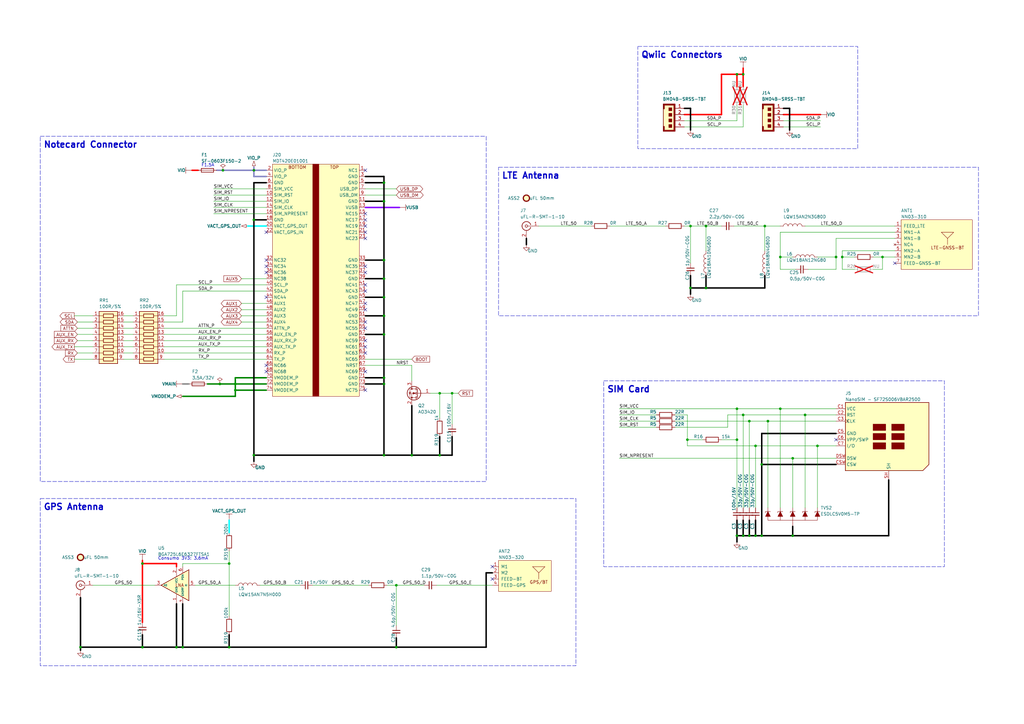
<source format=kicad_sch>
(kicad_sch (version 20230121) (generator eeschema)
  (paper "A3")
  (title_block (title "Notecarrier-A") (date "DRAFT") (rev "A") (comment 1 "Blues Inc") (comment 2 "Heath Raftery"))
  (junction (at 180.34 161.29))
  (junction (at 104.14 186.69))
  (junction (at 307.34 219.71))
  (junction (at 162.56 240.03))
  (junction (at 314.96 172.72))
  (junction (at 313.69 92.71))
  (junction (at 74.93 265.43))
  (junction (at 104.14 90.17))
  (junction (at 157.48 137.16))
  (junction (at 309.88 219.71))
  (junction (at 302.26 219.71))
  (junction (at 304.8 30.48))
  (junction (at 312.42 219.71))
  (junction (at 93.98 231.14))
  (junction (at 157.48 186.69))
  (junction (at 157.48 157.48))
  (junction (at 157.48 154.94))
  (junction (at 157.48 121.92))
  (junction (at 157.48 82.55))
  (junction (at 320.04 105.41))
  (junction (at 289.56 92.71))
  (junction (at 96.52 157.48))
  (junction (at 304.8 170.18))
  (junction (at 180.34 186.69))
  (junction (at 157.48 129.54))
  (junction (at 58.42 265.43))
  (junction (at 157.48 114.3))
  (junction (at 33.02 265.43))
  (junction (at 345.44 105.41))
  (junction (at 283.21 118.11))
  (junction (at 289.56 118.11))
  (junction (at 90.17 157.48))
  (junction (at 335.28 182.88))
  (junction (at 281.94 180.34))
  (junction (at 302.26 167.64))
  (junction (at 185.42 161.29))
  (junction (at 330.2 170.18))
  (junction (at 58.42 231.14))
  (junction (at 104.14 69.85))
  (junction (at 72.39 265.43))
  (junction (at 96.52 160.02))
  (junction (at 320.04 167.64))
  (junction (at 157.48 106.68))
  (junction (at 93.98 265.43))
  (junction (at 361.95 105.41))
  (junction (at 283.21 92.71))
  (junction (at 304.8 219.71))
  (junction (at 168.91 186.69))
  (junction (at 157.48 74.93))
  (junction (at 302.26 180.34))
  (junction (at 325.12 219.71))
  (junction (at 325.12 187.96))
  (junction (at 309.88 182.88))
  (junction (at 342.9 105.41))
  (junction (at 91.44 69.85))
  (junction (at 307.34 172.72))
  (junction (at 302.26 30.48))
  (junction (at 312.42 190.5))
  (junction (at 162.56 265.43))
  (no_connect (at 109.22 149.86))
  (no_connect (at 149.86 97.79))
  (no_connect (at 109.22 109.22))
  (no_connect (at 149.86 69.85))
  (no_connect (at 149.86 124.46))
  (no_connect (at 149.86 144.78))
  (no_connect (at 149.86 127))
  (no_connect (at 109.22 152.4))
  (no_connect (at 149.86 90.17))
  (no_connect (at 149.86 95.25))
  (no_connect (at 149.86 142.24))
  (no_connect (at 109.22 106.68))
  (no_connect (at 149.86 116.84))
  (no_connect (at 149.86 119.38))
  (no_connect (at 149.86 160.02))
  (no_connect (at 109.22 111.76))
  (no_connect (at 149.86 152.4))
  (no_connect (at 367.03 107.95))
  (no_connect (at 149.86 132.08))
  (no_connect (at 149.86 139.7))
  (no_connect (at 109.22 95.25))
  (no_connect (at 149.86 134.62))
  (no_connect (at 201.93 232.41))
  (no_connect (at 149.86 111.76))
  (no_connect (at 149.86 109.22))
  (no_connect (at 109.22 121.92))
  (no_connect (at 201.93 237.49))
  (no_connect (at 149.86 92.71))
  (no_connect (at 149.86 87.63))
  (no_connect (at 342.9 180.34))
  (wire (pts (xy 33.02 265.43) (xy 33.02 245.11)) (stroke (width 0.6) (color 0 0 0 1)))
  (wire (pts (xy 307.34 219.71) (xy 309.88 219.71)) (stroke (width 0.6) (color 0 0 0 1)))
  (wire (pts (xy 80.01 240.03) (xy 96.52 240.03)))
  (wire (pts (xy 87.63 80.01) (xy 109.22 80.01)))
  (wire (pts (xy 312.42 190.5) (xy 312.42 177.8)) (stroke (width 0.6) (color 0 0 0 1)))
  (wire (pts (xy 157.48 186.69) (xy 168.91 186.69)) (stroke (width 0.6) (color 0 0 0 1)))
  (wire (pts (xy 281.94 182.88) (xy 309.88 182.88)))
  (wire (pts (xy 149.86 106.68) (xy 157.48 106.68)) (stroke (width 0.6) (color 0 0 0 1)))
  (wire (pts (xy 149.86 129.54) (xy 157.48 129.54)) (stroke (width 0.6) (color 0 0 0 1)))
  (wire (pts (xy 220.98 92.71) (xy 242.57 92.71)))
  (wire (pts (xy 185.42 161.29) (xy 187.96 161.29)))
  (wire (pts (xy 104.14 68.58) (xy 104.14 69.85)) (stroke (width 0.6) (color 128 128 192 1)))
  (wire (pts (xy 314.96 172.72) (xy 342.9 172.72)))
  (wire (pts (xy 330.2 170.18) (xy 342.9 170.18)))
  (wire (pts (xy 342.9 105.41) (xy 342.9 110.49)))
  (wire (pts (xy 314.96 208.28) (xy 314.96 172.72)))
  (wire (pts (xy 33.02 265.43) (xy 33.02 266.7)) (stroke (width 0.6) (color 0 0 0 1)))
  (wire (pts (xy 58.42 231.14) (xy 58.42 229.87)) (stroke (width 0.6) (color 255 0 0 1)))
  (wire (pts (xy 50.8 137.16) (xy 54.61 137.16)))
  (wire (pts (xy 67.31 147.32) (xy 109.22 147.32)))
  (wire (pts (xy 304.8 219.71) (xy 307.34 219.71)) (stroke (width 0.6) (color 0 0 0 1)))
  (wire (pts (xy 87.63 87.63) (xy 109.22 87.63)))
  (wire (pts (xy 50.8 144.78) (xy 54.61 144.78)))
  (wire (pts (xy 180.34 186.69) (xy 185.42 186.69)) (stroke (width 0.6) (color 0 0 0 1)))
  (wire (pts (xy 157.48 154.94) (xy 157.48 157.48)) (stroke (width 0.6) (color 0 0 0 1)))
  (wire (pts (xy 330.2 170.18) (xy 330.2 208.28)))
  (wire (pts (xy 345.44 105.41) (xy 350.52 105.41)))
  (wire (pts (xy 93.98 231.14) (xy 93.98 252.73)))
  (wire (pts (xy 342.9 110.49) (xy 331.47 110.49)))
  (wire (pts (xy 254 187.96) (xy 325.12 187.96)))
  (wire (pts (xy 320.04 167.64) (xy 342.9 167.64)))
  (wire (pts (xy 304.8 170.18) (xy 330.2 170.18)))
  (wire (pts (xy 31.75 139.7) (xy 38.1 139.7)))
  (wire (pts (xy 300.99 92.71) (xy 313.69 92.71)))
  (wire (pts (xy 157.48 137.16) (xy 157.48 154.94)) (stroke (width 0.6) (color 0 0 0 1)))
  (wire (pts (xy 87.63 77.47) (xy 109.22 77.47)))
  (wire (pts (xy 50.8 134.62) (xy 54.61 134.62)))
  (wire (pts (xy 313.69 118.11) (xy 313.69 113.03)) (stroke (width 0.6) (color 0 0 0 1)))
  (wire (pts (xy 358.14 105.41) (xy 361.95 105.41)))
  (wire (pts (xy 320.04 110.49) (xy 320.04 105.41)))
  (wire (pts (xy 93.98 231.14) (xy 74.93 231.14)))
  (wire (pts (xy 162.56 240.03) (xy 173.99 240.03)))
  (wire (pts (xy 280.67 52.07) (xy 304.8 52.07)))
  (wire (pts (xy 180.34 161.29) (xy 180.34 171.45)))
  (wire (pts (xy 149.86 121.92) (xy 157.48 121.92)) (stroke (width 0.6) (color 0 0 0 1)))
  (wire (pts (xy 101.6 92.71) (xy 109.22 92.71)) (stroke (width 0.6) (color 0 255 255 1)))
  (wire (pts (xy 74.93 132.08) (xy 74.93 119.38)))
  (wire (pts (xy 313.69 92.71) (xy 313.69 102.87)))
  (wire (pts (xy 38.1 240.03) (xy 63.5 240.03)))
  (wire (pts (xy 149.86 72.39) (xy 157.48 72.39)) (stroke (width 0.6) (color 0 0 0 1)))
  (wire (pts (xy 320.04 105.41) (xy 325.12 105.41)))
  (wire (pts (xy 87.63 85.09) (xy 109.22 85.09)))
  (wire (pts (xy 298.45 170.18) (xy 304.8 170.18)))
  (wire (pts (xy 74.93 231.14) (xy 74.93 232.41)))
  (wire (pts (xy 30.48 142.24) (xy 38.1 142.24)))
  (wire (pts (xy 280.67 92.71) (xy 283.21 92.71)))
  (wire (pts (xy 58.42 231.14) (xy 72.39 231.14)) (stroke (width 0.6) (color 255 0 0 1)))
  (wire (pts (xy 67.31 137.16) (xy 109.22 137.16)))
  (wire (pts (xy 72.39 129.54) (xy 72.39 116.84)))
  (wire (pts (xy 335.28 182.88) (xy 342.9 182.88)))
  (wire (pts (xy 307.34 213.36) (xy 307.34 219.71)) (stroke (width 0.6) (color 0 0 0 1)))
  (wire (pts (xy 157.48 114.3) (xy 157.48 121.92)) (stroke (width 0.6) (color 0 0 0 1)))
  (wire (pts (xy 30.48 147.32) (xy 38.1 147.32)))
  (wire (pts (xy 67.31 139.7) (xy 109.22 139.7)))
  (wire (pts (xy 157.48 74.93) (xy 157.48 82.55)) (stroke (width 0.6) (color 0 0 0 1)))
  (wire (pts (xy 50.8 147.32) (xy 54.61 147.32)))
  (wire (pts (xy 302.26 180.34) (xy 302.26 208.28)))
  (wire (pts (xy 31.75 144.78) (xy 38.1 144.78)))
  (wire (pts (xy 99.06 124.46) (xy 109.22 124.46)))
  (wire (pts (xy 99.06 132.08) (xy 109.22 132.08)))
  (wire (pts (xy 304.8 30.48) (xy 304.8 27.94)) (stroke (width 0.6) (color 255 0 0 1)))
  (wire (pts (xy 93.98 213.36) (xy 93.98 218.44)) (stroke (width 0.6) (color 0 255 255 1)))
  (wire (pts (xy 104.14 90.17) (xy 104.14 186.69)) (stroke (width 0.6) (color 0 0 0 1)))
  (wire (pts (xy 330.2 92.71) (xy 367.03 92.71)))
  (wire (pts (xy 74.93 247.65) (xy 74.93 265.43)) (stroke (width 0.6) (color 0 0 0 1)))
  (wire (pts (xy 336.55 46.99) (xy 321.31 46.99)) (stroke (width 0.6) (color 255 0 0 1)))
  (wire (pts (xy 96.52 154.94) (xy 109.22 154.94)) (stroke (width 0.6) (color 0 132 0 1)))
  (wire (pts (xy 162.56 240.03) (xy 162.56 256.54)))
  (wire (pts (xy 283.21 53.34) (xy 283.21 44.45)) (stroke (width 0.6) (color 0 0 0 1)))
  (wire (pts (xy 250.19 92.71) (xy 273.05 92.71)))
  (wire (pts (xy 30.48 129.54) (xy 38.1 129.54)))
  (wire (pts (xy 149.86 137.16) (xy 157.48 137.16)) (stroke (width 0.6) (color 0 0 0 1)))
  (wire (pts (xy 281.94 170.18) (xy 281.94 180.34)))
  (wire (pts (xy 325.12 187.96) (xy 342.9 187.96)))
  (wire (pts (xy 106.68 240.03) (xy 123.19 240.03)))
  (wire (pts (xy 309.88 219.71) (xy 312.42 219.71)) (stroke (width 0.6) (color 0 0 0 1)))
  (wire (pts (xy 358.14 110.49) (xy 361.95 110.49)))
  (wire (pts (xy 104.14 72.39) (xy 109.22 72.39)) (stroke (width 0.6) (color 128 128 192 1)))
  (wire (pts (xy 90.17 157.48) (xy 96.52 157.48)) (stroke (width 0.6) (color 0 132 0 1)))
  (wire (pts (xy 72.39 247.65) (xy 72.39 265.43)) (stroke (width 0.6) (color 0 0 0 1)))
  (wire (pts (xy 149.86 82.55) (xy 157.48 82.55)) (stroke (width 0.6) (color 0 0 0 1)))
  (wire (pts (xy 325.12 187.96) (xy 325.12 208.28)))
  (wire (pts (xy 304.8 30.48) (xy 302.26 30.48)) (stroke (width 0.6) (color 255 0 0 1)))
  (wire (pts (xy 67.31 134.62) (xy 109.22 134.62)))
  (wire (pts (xy 199.39 265.43) (xy 199.39 234.95)) (stroke (width 0.6) (color 0 0 0 1)))
  (wire (pts (xy 157.48 82.55) (xy 157.48 106.68)) (stroke (width 0.6) (color 0 0 0 1)))
  (wire (pts (xy 304.8 52.07) (xy 304.8 43.18)))
  (wire (pts (xy 283.21 118.11) (xy 289.56 118.11)) (stroke (width 0.6) (color 0 0 0 1)))
  (wire (pts (xy 50.8 132.08) (xy 54.61 132.08)))
  (wire (pts (xy 149.86 85.09) (xy 163.83 85.09)) (stroke (width 0.6) (color 128 0 255 1)))
  (wire (pts (xy 128.27 240.03) (xy 151.13 240.03)))
  (wire (pts (xy 307.34 208.28) (xy 307.34 172.72)))
  (wire (pts (xy 254 172.72) (xy 269.24 172.72)))
  (wire (pts (xy 74.93 265.43) (xy 93.98 265.43)) (stroke (width 0.6) (color 0 0 0 1)))
  (wire (pts (xy 254 175.26) (xy 269.24 175.26)))
  (wire (pts (xy 96.52 157.48) (xy 109.22 157.48)) (stroke (width 0.6) (color 0 132 0 1)))
  (wire (pts (xy 283.21 92.71) (xy 289.56 92.71)))
  (wire (pts (xy 309.88 182.88) (xy 335.28 182.88)))
  (wire (pts (xy 33.02 265.43) (xy 58.42 265.43)) (stroke (width 0.6) (color 0 0 0 1)))
  (wire (pts (xy 335.28 105.41) (xy 342.9 105.41)))
  (wire (pts (xy 280.67 49.53) (xy 302.26 49.53)))
  (wire (pts (xy 302.26 219.71) (xy 304.8 219.71)) (stroke (width 0.6) (color 0 0 0 1)))
  (wire (pts (xy 298.45 170.18) (xy 298.45 175.26)))
  (wire (pts (xy 180.34 161.29) (xy 185.42 161.29)))
  (wire (pts (xy 67.31 142.24) (xy 109.22 142.24)))
  (wire (pts (xy 50.8 139.7) (xy 54.61 139.7)))
  (wire (pts (xy 149.86 77.47) (xy 162.56 77.47)))
  (wire (pts (xy 157.48 72.39) (xy 157.48 74.93)) (stroke (width 0.6) (color 0 0 0 1)))
  (wire (pts (xy 295.91 180.34) (xy 302.26 180.34)))
  (wire (pts (xy 96.52 157.48) (xy 96.52 160.02)) (stroke (width 0.6) (color 0 132 0 1)))
  (wire (pts (xy 104.14 186.69) (xy 157.48 186.69)) (stroke (width 0.6) (color 0 0 0 1)))
  (wire (pts (xy 289.56 118.11) (xy 313.69 118.11)) (stroke (width 0.6) (color 0 0 0 1)))
  (wire (pts (xy 302.26 167.64) (xy 302.26 180.34)))
  (wire (pts (xy 283.21 44.45) (xy 280.67 44.45)) (stroke (width 0.6) (color 0 0 0 1)))
  (wire (pts (xy 93.98 226.06) (xy 93.98 231.14)))
  (wire (pts (xy 312.42 177.8) (xy 342.9 177.8)) (stroke (width 0.6) (color 0 0 0 1)))
  (wire (pts (xy 302.26 219.71) (xy 302.26 222.25)) (stroke (width 0.6) (color 0 0 0 1)))
  (wire (pts (xy 58.42 265.43) (xy 58.42 260.35)) (stroke (width 0.6) (color 0 0 0 1)))
  (wire (pts (xy 295.91 46.99) (xy 280.67 46.99)) (stroke (width 0.6) (color 255 0 0 1)))
  (wire (pts (xy 157.48 157.48) (xy 157.48 186.69)) (stroke (width 0.6) (color 0 0 0 1)))
  (wire (pts (xy 302.26 30.48) (xy 295.91 30.48)) (stroke (width 0.6) (color 255 0 0 1)))
  (wire (pts (xy 149.86 114.3) (xy 157.48 114.3)) (stroke (width 0.6) (color 0 0 0 1)))
  (wire (pts (xy 335.28 182.88) (xy 335.28 208.28)))
  (wire (pts (xy 276.86 172.72) (xy 307.34 172.72)))
  (wire (pts (xy 254 167.64) (xy 302.26 167.64)))
  (wire (pts (xy 289.56 92.71) (xy 295.91 92.71)))
  (wire (pts (xy 180.34 186.69) (xy 180.34 179.07)) (stroke (width 0.6) (color 0 0 0 1)))
  (wire (pts (xy 91.44 69.85) (xy 104.14 69.85)) (stroke (width 0.6) (color 128 128 192 1)))
  (wire (pts (xy 283.21 118.11) (xy 283.21 113.03)) (stroke (width 0.6) (color 0 0 0 1)))
  (wire (pts (xy 185.42 186.69) (xy 185.42 179.07)) (stroke (width 0.6) (color 0 0 0 1)))
  (wire (pts (xy 168.91 156.21) (xy 168.91 149.86)))
  (wire (pts (xy 88.9 69.85) (xy 91.44 69.85)) (stroke (width 0.6) (color 128 128 192 1)))
  (wire (pts (xy 31.75 134.62) (xy 38.1 134.62)))
  (wire (pts (xy 367.03 102.87) (xy 345.44 102.87)))
  (wire (pts (xy 304.8 30.48) (xy 304.8 35.56)) (stroke (width 0.6) (color 255 0 0 1)))
  (wire (pts (xy 304.8 170.18) (xy 304.8 208.28)))
  (wire (pts (xy 254 170.18) (xy 269.24 170.18)))
  (wire (pts (xy 321.31 52.07) (xy 336.55 52.07)))
  (wire (pts (xy 157.48 129.54) (xy 157.48 137.16)) (stroke (width 0.6) (color 0 0 0 1)))
  (wire (pts (xy 78.74 69.85) (xy 81.28 69.85)) (stroke (width 0.6) (color 255 0 0 1)))
  (wire (pts (xy 302.26 49.53) (xy 302.26 43.18)))
  (wire (pts (xy 99.06 127) (xy 109.22 127)))
  (wire (pts (xy 168.91 149.86) (xy 149.86 149.86)))
  (wire (pts (xy 168.91 186.69) (xy 180.34 186.69)) (stroke (width 0.6) (color 0 0 0 1)))
  (wire (pts (xy 31.75 137.16) (xy 38.1 137.16)))
  (wire (pts (xy 31.75 132.08) (xy 38.1 132.08)))
  (wire (pts (xy 185.42 161.29) (xy 185.42 173.99)))
  (wire (pts (xy 74.93 157.48) (xy 77.47 157.48)) (stroke (width 0.6) (color 132 132 132 1)))
  (wire (pts (xy 350.52 110.49) (xy 345.44 110.49)))
  (wire (pts (xy 176.53 161.29) (xy 180.34 161.29)))
  (wire (pts (xy 361.95 110.49) (xy 361.95 105.41)))
  (wire (pts (xy 50.8 142.24) (xy 54.61 142.24)))
  (wire (pts (xy 312.42 219.71) (xy 325.12 219.71)) (stroke (width 0.6) (color 0 0 0 1)))
  (wire (pts (xy 104.14 74.93) (xy 109.22 74.93)) (stroke (width 0.6) (color 0 0 0 1)))
  (wire (pts (xy 302.26 30.48) (xy 302.26 35.56)) (stroke (width 0.6) (color 255 0 0 1)))
  (wire (pts (xy 96.52 160.02) (xy 96.52 162.56)) (stroke (width 0.6) (color 0 132 0 1)))
  (wire (pts (xy 313.69 92.71) (xy 320.04 92.71)))
  (wire (pts (xy 104.14 69.85) (xy 109.22 69.85)) (stroke (width 0.6) (color 128 128 192 1)))
  (wire (pts (xy 364.49 219.71) (xy 364.49 196.85)) (stroke (width 0.6) (color 0 0 0 1)))
  (wire (pts (xy 302.26 213.36) (xy 302.26 219.71)) (stroke (width 0.6) (color 0 0 0 1)))
  (wire (pts (xy 345.44 110.49) (xy 345.44 105.41)))
  (wire (pts (xy 72.39 265.43) (xy 74.93 265.43)) (stroke (width 0.6) (color 0 0 0 1)))
  (wire (pts (xy 323.85 53.34) (xy 323.85 44.45)) (stroke (width 0.6) (color 0 0 0 1)))
  (wire (pts (xy 149.86 147.32) (xy 168.91 147.32)))
  (wire (pts (xy 67.31 129.54) (xy 72.39 129.54)))
  (wire (pts (xy 58.42 265.43) (xy 72.39 265.43)) (stroke (width 0.6) (color 0 0 0 1)))
  (wire (pts (xy 99.06 129.54) (xy 109.22 129.54)))
  (wire (pts (xy 304.8 213.36) (xy 304.8 219.71)) (stroke (width 0.6) (color 0 0 0 1)))
  (wire (pts (xy 104.14 72.39) (xy 104.14 69.85)) (stroke (width 0.6) (color 128 128 192 1)))
  (wire (pts (xy 149.86 157.48) (xy 157.48 157.48)) (stroke (width 0.6) (color 0 0 0 1)))
  (wire (pts (xy 199.39 234.95) (xy 201.93 234.95)) (stroke (width 0.6) (color 0 0 0 1)))
  (wire (pts (xy 162.56 265.43) (xy 162.56 261.62)) (stroke (width 0.6) (color 0 0 0 1)))
  (wire (pts (xy 342.9 97.79) (xy 342.9 105.41)))
  (wire (pts (xy 149.86 80.01) (xy 162.56 80.01)))
  (wire (pts (xy 295.91 30.48) (xy 295.91 46.99)) (stroke (width 0.6) (color 255 0 0 1)))
  (wire (pts (xy 158.75 240.03) (xy 162.56 240.03)))
  (wire (pts (xy 67.31 144.78) (xy 109.22 144.78)))
  (wire (pts (xy 361.95 105.41) (xy 367.03 105.41)))
  (wire (pts (xy 326.39 110.49) (xy 320.04 110.49)))
  (wire (pts (xy 307.34 172.72) (xy 314.96 172.72)))
  (wire (pts (xy 93.98 265.43) (xy 162.56 265.43)) (stroke (width 0.6) (color 0 0 0 1)))
  (wire (pts (xy 72.39 231.14) (xy 72.39 232.41)) (stroke (width 0.6) (color 255 0 0 1)))
  (wire (pts (xy 74.93 162.56) (xy 96.52 162.56)) (stroke (width 0.6) (color 0 132 0 1)))
  (wire (pts (xy 104.14 90.17) (xy 109.22 90.17)) (stroke (width 0.6) (color 0 0 0 1)))
  (wire (pts (xy 104.14 186.69) (xy 104.14 189.23)) (stroke (width 0.6) (color 0 0 0 1)))
  (wire (pts (xy 276.86 175.26) (xy 298.45 175.26)))
  (wire (pts (xy 58.42 231.14) (xy 58.42 255.27)) (stroke (width 0.6) (color 255 0 0 1)))
  (wire (pts (xy 325.12 215.9) (xy 325.12 219.71)) (stroke (width 0.6) (color 0 0 0 1)))
  (wire (pts (xy 99.06 114.3) (xy 109.22 114.3)))
  (wire (pts (xy 312.42 190.5) (xy 342.9 190.5)) (stroke (width 0.6) (color 0 0 0 1)))
  (wire (pts (xy 276.86 170.18) (xy 281.94 170.18)))
  (wire (pts (xy 87.63 82.55) (xy 109.22 82.55)))
  (wire (pts (xy 367.03 95.25) (xy 320.04 95.25)))
  (wire (pts (xy 345.44 102.87) (xy 345.44 105.41)))
  (wire (pts (xy 325.12 219.71) (xy 364.49 219.71)) (stroke (width 0.6) (color 0 0 0 1)))
  (wire (pts (xy 72.39 116.84) (xy 109.22 116.84)))
  (wire (pts (xy 320.04 167.64) (xy 320.04 208.28)))
  (wire (pts (xy 74.93 119.38) (xy 109.22 119.38)))
  (wire (pts (xy 283.21 120.65) (xy 283.21 118.11)) (stroke (width 0.6) (color 0 0 0 1)))
  (wire (pts (xy 367.03 97.79) (xy 342.9 97.79)))
  (wire (pts (xy 309.88 213.36) (xy 309.88 219.71)) (stroke (width 0.6) (color 0 0 0 1)))
  (wire (pts (xy 283.21 92.71) (xy 283.21 107.95)))
  (wire (pts (xy 320.04 95.25) (xy 320.04 105.41)))
  (wire (pts (xy 67.31 132.08) (xy 74.93 132.08)))
  (wire (pts (xy 168.91 166.37) (xy 168.91 186.69)) (stroke (width 0.6) (color 0 0 0 1)))
  (wire (pts (xy 50.8 129.54) (xy 54.61 129.54)))
  (wire (pts (xy 149.86 74.93) (xy 157.48 74.93)) (stroke (width 0.6) (color 0 0 0 1)))
  (wire (pts (xy 104.14 74.93) (xy 104.14 90.17)) (stroke (width 0.6) (color 0 0 0 1)))
  (wire (pts (xy 281.94 180.34) (xy 288.29 180.34)))
  (wire (pts (xy 93.98 265.43) (xy 93.98 260.35)) (stroke (width 0.6) (color 0 0 0 1)))
  (wire (pts (xy 289.56 92.71) (xy 289.56 102.87)))
  (wire (pts (xy 312.42 190.5) (xy 312.42 219.71)) (stroke (width 0.6) (color 0 0 0 1)))
  (wire (pts (xy 149.86 154.94) (xy 157.48 154.94)) (stroke (width 0.6) (color 0 0 0 1)))
  (wire (pts (xy 309.88 182.88) (xy 309.88 208.28)))
  (wire (pts (xy 302.26 167.64) (xy 320.04 167.64)))
  (wire (pts (xy 281.94 180.34) (xy 281.94 182.88)))
  (wire (pts (xy 157.48 121.92) (xy 157.48 129.54)) (stroke (width 0.6) (color 0 0 0 1)))
  (wire (pts (xy 215.9 100.33) (xy 215.9 97.79)) (stroke (width 0.6) (color 0 0 0 1)))
  (wire (pts (xy 323.85 44.45) (xy 321.31 44.45)) (stroke (width 0.6) (color 0 0 0 1)))
  (wire (pts (xy 199.39 265.43) (xy 162.56 265.43)) (stroke (width 0.6) (color 0 0 0 1)))
  (wire (pts (xy 157.48 106.68) (xy 157.48 114.3)) (stroke (width 0.6) (color 0 0 0 1)))
  (wire (pts (xy 289.56 118.11) (xy 289.56 113.03)) (stroke (width 0.6) (color 0 0 0 1)))
  (wire (pts (xy 96.52 154.94) (xy 96.52 157.48)) (stroke (width 0.6) (color 0 132 0 1)))
  (wire (pts (xy 321.31 49.53) (xy 336.55 49.53)))
  (wire (pts (xy 179.07 240.03) (xy 201.93 240.03)))
  (wire (pts (xy 96.52 160.02) (xy 109.22 160.02)) (stroke (width 0.6) (color 0 132 0 1)))
  (wire (pts (xy 85.09 157.48) (xy 90.17 157.48)) (stroke (width 0.6) (color 0 132 0 1)))
  (rectangle (start 247.65 156.21) (end 387.35 232.41) (stroke (width 0) (type dash)))
  (rectangle (start 16.51 204.47) (end 236.22 273.05) (stroke (width 0) (type dash)))
  (rectangle (start 204.47 68.58) (end 401.32 129.54) (stroke (width 0) (type dash)))
  (rectangle (start 261.62 19.05) (end 351.79 60.96) (stroke (width 0) (type dash)))
  (rectangle (start 16.51 55.88) (end 199.39 197.485) (stroke (width 0) (type dash)))
  (text "SIM Card" (at 248.92 161.29 0) (effects (font (size 2.54 2.54) (thickness 0.508) bold) (justify left bottom)))
  (text "Qwiic Connectors" (at 262.89 24.13 0) (effects (font (size 2.54 2.54) (thickness 0.508) bold) (justify left bottom)))
  (text "F1.5A" (at 82.55 68.58 0) (effects (font (size 1.27 1.27)) (justify left bottom)))
  (text "GPS Antenna" (at 17.78 209.55 0) (effects (font (size 2.54 2.54) (thickness 0.508) bold) (justify left bottom)))
  (text "Notecard Connector" (at 17.78 60.96 0) (effects (font (size 2.54 2.54) (thickness 0.508) bold) (justify left bottom)))
  (text "Consumo 3V3: 3.6mA" (at 64.77 229.87 0) (effects (font (size 1.27 1.27)) (justify left bottom)))
  (text "LTE Antenna" (at 205.74 73.66 0) (effects (font (size 2.54 2.54) (thickness 0.508) bold) (justify left bottom)))
  (label "SIM_CLK" (at 254 172.72 0))
  (label "SIM_NPRESENT" (at 254 187.96 0))
  (label "SIM_RST" (at 254 175.26 0))
  (label "GPS_50" (at 46.99 240.03 0))
  (label "SIM_VCC" (at 254 167.64 0))
  (label "RX_P" (at 81.28 144.78 0))
  (label "LTE_50_B" (at 285.75 92.71 0))
  (label "SDA_P" (at 295.91 49.53 180))
  (label "LTE_50_D" (at 336.55 92.71 0))
  (label "AUX_RX_P" (at 81.28 139.7 0))
  (label "SIM_IO" (at 254 170.18 0))
  (label "LTE_50_A" (at 256.54 92.71 0))
  (label "AUX_TX_P" (at 81.28 142.24 0))
  (label "AUX_EN_P" (at 81.28 137.16 0))
  (label "SIM_IO" (at 87.63 82.55 0))
  (label "NRST" (at 162.56 149.86 0))
  (label "SCL_P" (at 336.55 52.07 180))
  (label "SIM_CLK" (at 87.63 85.09 0))
  (label "GPS_50_D" (at 165.1 240.03 0))
  (label "TX_P" (at 81.28 147.32 0))
  (label "SIM_VCC" (at 87.63 77.47 0))
  (label "SDA_P" (at 336.55 49.53 180))
  (label "GPS_50_A" (at 81.28 240.03 0))
  (label "SIM_NPRESENT" (at 87.63 87.63 0))
  (label "SDA_P" (at 81.28 119.38 0))
  (label "LTE_50_C" (at 302.26 92.71 0))
  (label "GPS_50_B" (at 107.95 240.03 0))
  (label "ATTN_P" (at 81.28 134.62 0))
  (label "GPS_50_E" (at 184.15 240.03 0))
  (label "SCL_P" (at 295.91 52.07 180))
  (label "LTE_50" (at 229.87 92.71 0))
  (label "SIM_RST" (at 87.63 80.01 0))
  (label "GPS_50_C" (at 135.89 240.03 0))
  (label "SCL_P" (at 81.28 116.84 0))
  (global_label "USB_DP" (shape bidirectional) (at 162.56 77.47 0) (property "Intersheetrefs" "${INTERSHEET_REFS}" (effects hide)))
  (global_label "AUX5" (shape input) (at 99.06 114.3 180) (property "Intersheetrefs" "${INTERSHEET_REFS}" (effects hide)))
  (global_label "ATTN" (shape input) (at 31.75 134.62 180) (property "Intersheetrefs" "${INTERSHEET_REFS}" (effects hide)))
  (global_label "AUX3" (shape bidirectional) (at 99.06 129.54 180) (property "Intersheetrefs" "${INTERSHEET_REFS}" (effects hide)))
  (global_label "AUX4" (shape bidirectional) (at 99.06 132.08 180) (property "Intersheetrefs" "${INTERSHEET_REFS}" (effects hide)))
  (global_label "AUX_TX" (shape output) (at 30.48 142.24 180) (property "Intersheetrefs" "${INTERSHEET_REFS}" (effects hide)))
  (global_label "AUX_RX" (shape input) (at 31.75 139.7 180) (property "Intersheetrefs" "${INTERSHEET_REFS}" (effects hide)))
  (global_label "USB_DM" (shape bidirectional) (at 162.56 80.01 0) (property "Intersheetrefs" "${INTERSHEET_REFS}" (effects hide)))
  (global_label "RX" (shape input) (at 31.75 144.78 180) (property "Intersheetrefs" "${INTERSHEET_REFS}" (effects hide)))
  (global_label "SDA" (shape bidirectional) (at 31.75 132.08 180) (property "Intersheetrefs" "${INTERSHEET_REFS}" (effects hide)))
  (global_label "AUX_EN" (shape input) (at 31.75 137.16 180) (property "Intersheetrefs" "${INTERSHEET_REFS}" (effects hide)))
  (global_label "AUX2" (shape bidirectional) (at 99.06 127 180) (property "Intersheetrefs" "${INTERSHEET_REFS}" (effects hide)))
  (global_label "RST" (shape input) (at 187.96 161.29 0) (property "Intersheetrefs" "${INTERSHEET_REFS}" (effects hide)))
  (global_label "SCL" (shape output) (at 30.48 129.54 180) (property "Intersheetrefs" "${INTERSHEET_REFS}" (effects hide)))
  (global_label "AUX1" (shape bidirectional) (at 99.06 124.46 180) (property "Intersheetrefs" "${INTERSHEET_REFS}" (effects hide)))
  (global_label "BOOT" (shape input) (at 168.91 147.32 0) (property "Intersheetrefs" "${INTERSHEET_REFS}" (effects hide)))
  (global_label "TX" (shape output) (at 30.48 147.32 180) (property "Intersheetrefs" "${INTERSHEET_REFS}" (effects hide)))
  (symbol (lib_id "Connector:Conn_Coaxial") (at 33.02 240.03 0) (mirror y) (unit 1)
    (property "Reference" "J8" (at 30.48 233.68 0) (effects (justify right)))
    (property "Value" "uFL-R-SMT-1-10" (at 30.48 236.22 0) (effects (justify right)))
    (property "Footprint" "blues-kicad-lib:J-3-MDS-UFL_NO-SILK" (effects hide))
    (property "Datasheet" " ~" (effects hide))
    (property "Caratteristiche" "RF" (effects hide))
    (property "Description" "CONN. RF M U.FL-R-SMT-1(10) HIROSE SMT" (effects hide))
    (property "MPN" "U.FL-R-SMT-1(10)" (effects hide))
    (property "Note" "50ohm" (effects hide))
    (property "Pkg Type" "SMD" (effects hide))
    (property "Temperature" "-40°..+90°" (effects hide))
    (property "Distributor" "FAE" (effects hide))
  )
  (symbol (lib_id "Device:R") (at 93.98 256.54 180) (unit 1)
    (property "Reference" "R319" (at 92.71 259.08 90) (effects (justify left)))
    (property "Value" "100k" (at 92.71 248.92 90) (effects (justify left)))
    (property "Footprint" "blues-kicad-lib:RS-0402" (effects hide))
    (property "Description" "CHIP RES. 100K 0402 1/16W 1%" (effects hide))
    (property "Pkg Type" "SMD" (effects hide))
    (property "Caratteristiche" "1%" (effects hide))
    (property "Distributor" "FAE" (effects hide))
  )
  (symbol (lib_id "power:GND") (at 302.26 222.25 0) (unit 1)
    (property "Reference" "#PWR026" (effects hide))
    (property "Value" "GND" (at 304.8 224.79 0))
    (instances (project "Notecarrier-F" (path "" (reference "#PWR026") (unit 1))) (project "Notecarrier-A" (path "" (reference "#PWR029") (unit 1))))
  )
  (symbol (lib_id "Device:C_Small") (at 307.34 210.82 0) (unit 1)
    (property "Reference" "C3" (at 306.07 217.17 90) (effects (justify left)))
    (property "Value" "33p/50V-C0G" (at 306.07 208.28 90) (effects (justify left)))
    (property "Footprint" "blues-kicad-lib:CS-C-0402" (effects hide))
    (property "Description" "CHIP CAP.CER. 33pF 50V 5% C0G 0402" (effects hide))
    (property "Caratteristiche" "C0G" (effects hide))
    (property "Pkg Type" "SMD" (effects hide))
    (property "Distributor" "FAE" (effects hide))
    (instances (project "Notecarrier-F" (path "" (reference "C3") (unit 1)) (path "" (reference "C7") (unit 1))) (project "Notecarrier-A" (path "" (reference "C18") (unit 1))))
  )
  (symbol (lib_id "blues-kicad-lib:MDT420E01001") (at 129.54 114.3 0) (unit 1)
    (property "Reference" "J20" (at 111.76 63.5 0) (effects (justify left)))
    (property "Value" "MDT420E01001" (at 111.76 66.04 0) (effects (justify left)))
    (property "Footprint" "blues-kicad-lib:J-75-0050-MOS-M2-E" (effects hide))
    (property "Datasheet" "https://cdn.amphenol-cs.com/media/wysiwyg/files/drawing/mdtxxxxxx001.pdf" (effects hide))
    (property "Description" "CONN. M.2 75P M/90° P=0.5 MDT420E01001 AMPHENOL SMT" (effects hide))
    (property "Temperature" "-40°..+80°" (effects hide))
    (property "Pkg Type" "SMD" (effects hide))
    (property "Caratteristiche" "75P" (effects hide))
    (property "Distributor" "FAE" (effects hide))
  )
  (symbol (lib_id "blues-kicad-lib:SF72S006VBDR2500") (at 342.9 179.07 0) (unit 1)
    (property "Reference" "J5" (at 346.71 161.29 0) (effects (justify left)))
    (property "Value" "NanoSIM - SF72S006VBAR2500" (at 346.71 163.83 0) (effects (justify left)))
    (property "Footprint" "blues-kicad-lib:J-NANOSIM-SF72S006VBA_NO-FILL" (effects hide))
    (property "Datasheet" "https://www.jae.com/direct/topics/topics_file_download/topics_id=68892&ext_no=06&index=0&_lang=en&v=202003111511468456809" (effects hide))
    (property "Description" "CONN. NANOSIM 8P F/90° PUSH-PUSH SF72S006VBAR2500 JAE ELECTRONICS SMT" (effects hide))
    (property "MPN" "SF72S006VBAR2500" (effects hide))
    (property "Pkg Type" "SMD" (effects hide))
    (property "Temperature" "-25°..+85°" (effects hide))
    (property "Distributor" "FAE" (effects hide))
  )
  (symbol (lib_id "Device:C_Small") (at 58.42 257.81 0) (unit 1)
    (property "Reference" "C115" (at 57.15 262.89 90) (effects (justify left)))
    (property "Value" "1u/16V-X5R" (at 57.15 256.54 90) (effects (justify left)))
    (property "Footprint" "blues-kicad-lib:CS-C-0402" (effects hide))
    (property "Description" "CHIP CAP.CER. 1uF 16V 10% X5R 0402" (effects hide))
    (property "Pkg Type" "SMD" (effects hide))
    (property "Caratteristiche" "X5R" (effects hide))
    (property "Distributor" "FAE" (effects hide))
  )
  (symbol (lib_id "blues-kicad-lib:BGA725L6E6327FTSA1") (at 72.39 240.03 0) (mirror y) (unit 1)
    (property "Reference" "U5" (at 64.77 224.79 0) (effects (justify right)))
    (property "Value" "BGA725L6E6327FTSA1" (at 64.77 227.33 0) (effects (justify right)))
    (property "Footprint" "blues-kicad-lib:XFDFN6_NO-SILK" (effects hide))
    (property "Datasheet" "https://www.infineon.com/dgdl/BGA725L6_V2+0.pdf?folderId=db3a30431f848401011fcbf2ab4c04c4&fileId=db3a30433784a0400137ef9a4d341f23" (effects hide))
    (property "Caratteristiche" "RF" (effects hide))
    (property "Description" "INTEGRATO BGA725L6E6327FTSA1 INFINEON TSLP-6 SMT" (effects hide))
    (property "MPN" "BGA725L6E6327FTSA1" (effects hide))
    (property "Note" "VCC=1.5V - 3.6V" (effects hide))
    (property "Pkg Type" "SMD" (effects hide))
    (property "Temperature" "-40°..+125°" (effects hide))
    (property "Distributor" "FAE" (effects hide))
  )
  (symbol (lib_id "power:PWR_FLAG") (at 91.44 69.85 0) (unit 1)
    (property "Reference" "#FLG07" (effects hide))
    (property "Value" "PWR_FLAG" (effects hide))
  )
  (symbol (lib_id "Connector:Conn_Coaxial") (at 215.9 92.71 0) (mirror y) (unit 1)
    (property "Reference" "J7" (at 213.36 86.36 0) (effects (justify right)))
    (property "Value" "uFL-R-SMT-1-10" (at 213.36 88.9 0) (effects (justify right)))
    (property "Footprint" "blues-kicad-lib:J-3-MDS-UFL_NO-SILK" (effects hide))
    (property "Datasheet" " ~" (effects hide))
    (property "Caratteristiche" "RF" (effects hide))
    (property "Description" "CONN. RF M U.FL-R-SMT-1(10) HIROSE SMT" (effects hide))
    (property "MPN" "U.FL-R-SMT-1(10)" (effects hide))
    (property "Note" "50ohm" (effects hide))
    (property "Pkg Type" "SMD" (effects hide))
    (property "Temperature" "-40°..+90°" (effects hide))
    (property "Distributor" "FAE" (effects hide))
  )
  (symbol (lib_id "Device:R") (at 273.05 170.18 90) (unit 1)
    (property "Reference" "R5" (at 269.24 168.91 90) (effects (justify left)))
    (property "Value" "22R" (at 280.67 168.91 90) (effects (justify left)))
    (property "Footprint" "blues-kicad-lib:RS-0603" (effects hide))
    (property "Description" "CHIP RES. 22R 0603 1/16W 1%" (effects hide))
    (property "Caratteristiche" "1%" (effects hide))
    (property "Pkg Type" "SMD" (effects hide))
    (property "Distributor" "FAE" (effects hide))
    (instances (project "Notecarrier-F" (path "" (reference "R5") (unit 1)) (path "" (reference "R7") (unit 1))) (project "Notecarrier-A" (path "" (reference "R12") (unit 1))))
  )
  (symbol (lib_id "blues-kicad-lib:R_Array08") (at 44.45 139.7 0) (unit 1)
    (property "Reference" "RR1" (at 40.64 123.19 0) (effects (justify left)))
    (property "Value" "100R/5%" (at 40.64 125.73 0) (effects (justify left)))
    (property "Footprint" "blues-kicad-lib:RR-8X-1506" (effects hide))
    (property "Description" "RETE RESISTIVA 8R sing. 100R 5% 1506 CAY16-101J8LF BOURNS SMT" (effects hide))
    (property "Caratteristiche" "8X" (effects hide))
    (property "Note" "200ppm" (effects hide))
    (property "Pkg Type" "SMD" (effects hide))
    (property "Temperature" "-55°..+125°" (effects hide))
    (property "Distributor" "FAE" (effects hide))
  )
  (symbol (lib_id "power:GND") (at 283.21 120.65 0) (mirror y) (unit 1)
    (property "Reference" "#PWR031" (effects hide))
    (property "Value" "GND" (at 285.75 123.19 0))
  )
  (symbol (lib_id "Device:Fuse") (at 85.09 69.85 90) (unit 1)
    (property "Reference" "F1" (at 83.82 63.5 90))
    (property "Value" "SF-0603F150-2" (at 82.55 66.04 90) (effects (justify right)))
    (property "Footprint" "blues-kicad-lib:FS-0603" (effects hide))
    (property "Description" "FUSE FAST 1.5A 32V 0603 SF-0603F150-2 BOURNS SMT" (effects hide))
    (property "Temperature" "-40°..+105°" (effects hide))
    (property "MPN" "SF-0603F150-2" (effects hide))
    (property "Pkg Type" "SMD" (effects hide))
    (property "Caratteristiche" "1.5A/32V" (effects hide))
    (property "Distributor" "FAE" (effects hide))
  )
  (symbol (lib_id "Device:R") (at 93.98 222.25 180) (unit 1)
    (property "Reference" "R319" (at 92.71 224.79 90) (effects (justify left)))
    (property "Value" "200k" (at 92.71 214.63 90) (effects (justify left)))
    (property "Footprint" "blues-kicad-lib:RS-0402" (effects hide))
    (property "Description" "CHIP RES. 200K 0402 1/16W 1%" (effects hide))
    (property "Pkg Type" "SMD" (effects hide))
    (property "Caratteristiche" "1%" (effects hide))
    (property "Distributor" "FAE" (effects hide))
  )
  (symbol (lib_id "Device:R") (at 304.8 39.37 180) (unit 1) (dnp yes)
    (property "Reference" "R31" (at 303.53 43.18 90) (effects (justify left)))
    (property "Value" "NU" (at 303.53 33.02 90) (effects (justify left)))
    (property "Footprint" "blues-kicad-lib:RS-0603" (effects hide))
    (property "Description" "RES 0603" (effects hide))
    (property "Pkg Type" "SMD" (effects hide))
  )
  (symbol (lib_id "Device:C_Small") (at 125.73 240.03 90) (unit 1)
    (property "Reference" "C21" (at 120.65 238.76 90) (effects (justify right)))
    (property "Value" "1n/50V" (at 127 238.76 90) (effects (justify right)))
    (property "Footprint" "blues-kicad-lib:FRACTUS-0404_NO-SILK" (effects hide))
    (property "Caratteristiche" "X7R" (effects hide))
    (property "Description" "CHIP CAP.CER. 1nF 50V 10% X7R 0402" (effects hide))
    (property "Pkg Type" "SMD" (effects hide))
    (property "Distributor" "FAE" (effects hide))
  )
  (symbol (lib_id "Device:Fuse") (at 81.28 157.48 90) (unit 1)
    (property "Reference" "F2" (at 80.01 152.4 90))
    (property "Value" "3.5A/32V" (at 78.74 154.94 90) (effects (justify right)))
    (property "Footprint" "blues-kicad-lib:FS-0603" (effects hide))
    (property "Description" "FUSE FAST 3.5A 32V 0603 0603SFV350F/32-2 LITTELFUSE SMT" (effects hide))
    (property "MPN" "0603SFV350F/32-2" (effects hide))
    (property "Pkg Type" "SMD" (effects hide))
    (property "Temperature" "-55°..+125°" (effects hide))
    (property "Caratteristiche" "3.5A/32V" (effects hide))
    (property "Distributor" "FAE" (effects hide))
  )
  (symbol (lib_id "Mechanical:Fiducial") (at 33.02 228.6 0) (unit 1) (on_board no)
    (property "Reference" "ASS3" (at 25.4 228.6 0) (effects (justify left)))
    (property "Value" "uFL 50mm" (at 34.29 228.6 0) (effects (justify left)))
    (property "Description" "CAVO COAX uFl-uFl 415-0086-050 HIROSE CINCH CONNECTIVITY SOLUTIONS JOHNSON" (effects hide))
    (property "Pkg Type" "THT" (effects hide))
    (property "Distributor" "FAE" (effects hide))
  )
  (symbol (lib_id "Device:R") (at 180.34 175.26 180) (unit 1)
    (property "Reference" "R319" (at 179.07 177.8 90) (effects (justify left)))
    (property "Value" "1k" (at 179.07 170.18 90) (effects (justify left)))
    (property "Footprint" "blues-kicad-lib:RS-0402" (effects hide))
    (property "Description" "CHIP RES. 1K 0402 1/16W 1%" (effects hide))
    (property "Temperature" "-55°..+155°" (effects hide))
    (property "Pkg Type" "SMD" (effects hide))
    (property "Caratteristiche" "1%" (effects hide))
    (property "Distributor" "FAE" (effects hide))
  )
  (symbol (lib_id "blues-kicad-lib:power_VIO_Sink") (at 78.74 69.85 90) (unit 1)
    (property "Reference" "#PWR022" (effects hide))
    (property "Value" "VIO" (at 76.2 69.85 90) (effects (font bold) (justify left)))
  )
  (symbol (lib_id "blues-kicad-lib:power_VUSB_Sink") (at 163.83 85.09 270) (unit 1)
    (property "Reference" "#PWR018" (effects hide))
    (property "Value" "VUSB" (at 166.37 85.09 90) (effects (font bold) (justify left)))
  )
  (symbol (lib_id "Device:R") (at 276.86 92.71 90) (unit 1)
    (property "Reference" "R27" (at 271.78 91.44 90))
    (property "Value" "0R" (at 281.94 91.44 90))
    (property "Footprint" "blues-kicad-lib:FRACTUS-0404_NO-SILK" (effects hide))
    (property "Caratteristiche" "1%" (effects hide))
    (property "Description" "CHIP RES. 0R 0603 1/16W 1%" (effects hide))
    (property "Pkg Type" "SMD" (effects hide))
    (property "Temperature" "-55°..+150°" (effects hide))
    (property "Distributor" "FAE" (effects hide))
  )
  (symbol (lib_id "Device:C_Small") (at 162.56 259.08 0) (unit 1)
    (property "Reference" "C28" (at 161.29 261.62 90))
    (property "Value" "4.6p/50V-C0G" (at 161.29 250.19 90))
    (property "Footprint" "blues-kicad-lib:FRACTUS-0404_NO-SILK" (effects hide))
    (property "Caratteristiche" "C0G" (effects hide))
    (property "Description" "CHIP CAP.CER. 4.6pF 50V ±0.05pF C0G 0402 GJM1555C1H4R6WB01D MURATA" (effects hide))
    (property "MPN" "GJM1555C1H4R6WB01D" (effects hide))
    (property "Note" "RF" (effects hide))
    (property "Temperature" "-55°..+125°" (effects hide))
    (property "Pkg Type" "SMD" (effects hide))
    (property "Distributor" "M-81-GJM1555C1H4R6WB1D" (effects hide))
  )
  (symbol (lib_id "blues-kicad-lib:power_VMAIN_Sink") (at 74.93 157.48 90) (unit 1)
    (property "Reference" "#PWR05" (effects hide))
    (property "Value" "VMAIN" (at 72.39 157.48 90) (effects (font bold) (justify left)))
  )
  (symbol (lib_id "blues-kicad-lib:power_VIO_Sink") (at 304.8 27.94 0) (unit 1)
    (property "Reference" "#PWR04" (effects hide))
    (property "Value" "VIO" (at 304.8 24.13 0) (effects (font bold)))
  )
  (symbol (lib_id "Device:C_Small") (at 283.21 110.49 0) (unit 1)
    (property "Reference" "C26" (at 281.94 113.03 90))
    (property "Value" "1p/50V-C0G" (at 281.94 102.87 90))
    (property "Footprint" "blues-kicad-lib:FRACTUS-0404_NO-SILK" (effects hide))
    (property "Caratteristiche" "C0G" (effects hide))
    (property "Description" "CHIP CAP.CER. 1pF 50V ±0.05pF C0G 0603 GJM1555C1H1R0WB01 MURATA" (effects hide))
    (property "MPN" "GJM1555C1H1R0WB01" (effects hide))
    (property "Temperature" "-55°..+125°" (effects hide))
    (property "Pkg Type" "SMD" (effects hide))
    (property "Distributor" "FAE" (effects hide))
  )
  (symbol (lib_id "Device:C_Small") (at 302.26 210.82 0) (unit 1)
    (property "Reference" "C3" (at 300.99 217.17 90) (effects (justify left)))
    (property "Value" "100n/16V" (at 300.99 209.55 90) (effects (justify left)))
    (property "Footprint" "blues-kicad-lib:CS-C-0402" (effects hide))
    (property "Description" "CHIP CAP.CER. 100nF 16V 10% X7R 0402" (effects hide))
    (property "Caratteristiche" "X7R" (effects hide))
    (property "Pkg Type" "SMD" (effects hide))
    (property "Distributor" "FAE" (effects hide))
    (instances (project "Notecarrier-F" (path "" (reference "C3") (unit 1)) (path "" (reference "C5") (unit 1))) (project "Notecarrier-A" (path "" (reference "C16") (unit 1))))
  )
  (symbol (lib_id "Device:C_Small") (at 304.8 210.82 0) (unit 1)
    (property "Reference" "C3" (at 303.53 217.17 90) (effects (justify left)))
    (property "Value" "33p/50V-C0G" (at 303.53 208.28 90) (effects (justify left)))
    (property "Footprint" "blues-kicad-lib:CS-C-0402" (effects hide))
    (property "Description" "CHIP CAP.CER. 33pF 50V 5% C0G 0402" (effects hide))
    (property "Caratteristiche" "C0G" (effects hide))
    (property "Pkg Type" "SMD" (effects hide))
    (property "Distributor" "FAE" (effects hide))
    (instances (project "Notecarrier-F" (path "" (reference "C3") (unit 1)) (path "" (reference "C6") (unit 1))) (project "Notecarrier-A" (path "" (reference "C17") (unit 1))))
  )
  (symbol (lib_id "blues-kicad-lib:L_Large") (at 330.2 105.41 90) (unit 1)
    (property "Reference" "L6" (at 322.58 104.14 90) (effects (justify right)))
    (property "Value" "LQW18AN12NG80" (at 322.58 106.68 90) (effects (justify right)))
    (property "Footprint" "blues-kicad-lib:FRACTUS-0404_NO-SILK" (effects hide))
    (property "Caratteristiche" "1.5A" (effects hide))
    (property "Description" "INDUTTANZA 12nH 1.5A 2% 0603 LQW18AN12NG80 MURATA SMT" (effects hide))
    (property "MPN" "LQW18AN12NG80" (effects hide))
    (property "Pkg Type" "SMD" (effects hide))
    (property "Temperature" "-55°..+125°" (effects hide))
    (property "Distributor" "FAE" (effects hide))
  )
  (symbol (lib_id "blues-kicad-lib:power_VIO_Sink") (at 336.55 46.99 270) (unit 1)
    (property "Reference" "#PWR07" (effects hide))
    (property "Value" "VIO" (at 339.09 46.99 90) (effects (font bold) (justify left)))
  )
  (symbol (lib_id "blues-kicad-lib:BM04B-SRSS-TBT") (at 316.23 46.99 0) (mirror y) (unit 1)
    (property "Reference" "J14" (at 312.42 38.1 0) (effects (justify right)))
    (property "Value" "BM04B-SRSS-TBT" (at 312.42 40.64 0) (effects (justify right)))
    (property "Footprint" "blues-kicad-lib:J-4-0100-MDS-SH_NO-SILK" (effects hide))
    (property "Caratteristiche" "4P" (effects hide))
    (property "Description" "CONN. SH 4P M/D P=1 BM04B-SRSS-TBT(LF)(SN) JST SMT" (effects hide))
    (property "MPN" "BM04B-SRSS-TBT(LF)(SN)" (effects hide))
    (property "Pkg Type" "SMD" (effects hide))
    (property "Temperature" "-25°..+85°" (effects hide))
    (property "Distributor" "D-455-2874-1-ND" (effects hide))
  )
  (symbol (lib_id "blues-kicad-lib:AO3420") (at 171.45 161.29 0) (mirror y) (unit 1)
    (property "Reference" "Q2" (at 171.45 166.37 0) (effects (justify right)))
    (property "Value" "AO3420" (at 171.45 168.91 0) (effects (justify right)))
    (property "Footprint" "blues-kicad-lib:SOT23" (effects hide))
    (property "Datasheet" "https://aosmd.com/res/data_sheets/AO3420.pdf" (effects hide))
    (property "Description" "TRANSISTOR MOSFET N AO3420 SOT-23 ALPHA-OMEGA SMT" (effects hide))
    (property "Temperature" "-55°..+150°" (effects hide))
    (property "Pkg Type" "SMD" (effects hide))
    (property "Caratteristiche" "6A(Ta)/20V" (effects hide))
    (property "Note" "Vth=0.75V - Rdson=25mohm" (effects hide))
    (property "Distributor" "FAE" (effects hide))
  )
  (symbol (lib_id "power:GND") (at 283.21 53.34 0) (mirror y) (unit 1)
    (property "Reference" "#PWR031" (effects hide))
    (property "Value" "GND" (at 285.75 55.88 0))
  )
  (symbol (lib_id "Mechanical:Fiducial") (at 215.9 81.28 0) (unit 1) (on_board no)
    (property "Reference" "ASS2" (at 208.28 81.28 0) (effects (justify left)))
    (property "Value" "uFL 50mm" (at 217.17 81.28 0) (effects (justify left)))
    (property "Description" "CAVO COAX uFl-uFl 415-0086-050 HIROSE CINCH CONNECTIVITY SOLUTIONS JOHNSON" (effects hide))
    (property "Pkg Type" "THT" (effects hide))
    (property "Distributor" "FAE" (effects hide))
  )
  (symbol (lib_id "blues-kicad-lib:power_VIO_P_Source") (at 104.14 68.58 0) (unit 1)
    (property "Reference" "#PWR019" (effects hide))
    (property "Value" "VIO_P" (at 104.14 64.77 0) (effects (font bold)))
  )
  (symbol (lib_id "Device:C_Small") (at 185.42 176.53 0) (unit 1)
    (property "Reference" "C115" (at 184.15 181.61 90) (effects (justify left)))
    (property "Value" "100n/16V" (at 184.15 175.26 90) (effects (justify left)))
    (property "Footprint" "blues-kicad-lib:CS-C-0402" (effects hide))
    (property "Description" "CHIP CAP.CER. 100nF 16V 10% X7R 0402" (effects hide))
    (property "Pkg Type" "SMD" (effects hide))
    (property "Caratteristiche" "X7R" (effects hide))
    (property "Distributor" "FAE" (effects hide))
  )
  (symbol (lib_id "Device:R") (at 273.05 175.26 90) (unit 1)
    (property "Reference" "R5" (at 269.24 173.99 90) (effects (justify left)))
    (property "Value" "22R" (at 280.67 173.99 90) (effects (justify left)))
    (property "Footprint" "blues-kicad-lib:RS-0603" (effects hide))
    (property "Description" "CHIP RES. 22R 0603 1/16W 1%" (effects hide))
    (property "Caratteristiche" "1%" (effects hide))
    (property "Pkg Type" "SMD" (effects hide))
    (property "Distributor" "FAE" (effects hide))
    (instances (project "Notecarrier-F" (path "" (reference "R5") (unit 1)) (path "" (reference "R7") (unit 1))) (project "Notecarrier-A" (path "" (reference "R15") (unit 1))))
  )
  (symbol (lib_id "Device:C_Small") (at 309.88 210.82 0) (unit 1)
    (property "Reference" "C3" (at 308.61 217.17 90) (effects (justify left)))
    (property "Value" "33p/50V-C0G" (at 308.61 208.28 90) (effects (justify left)))
    (property "Footprint" "blues-kicad-lib:CS-C-0402" (effects hide))
    (property "Description" "CHIP CAP.CER. 33pF 50V 5% C0G 0402" (effects hide))
    (property "Caratteristiche" "C0G" (effects hide))
    (property "Pkg Type" "SMD" (effects hide))
    (property "Distributor" "FAE" (effects hide))
    (instances (project "Notecarrier-F" (path "" (reference "C3") (unit 1)) (path "" (reference "C8") (unit 1))) (project "Notecarrier-A" (path "" (reference "C19") (unit 1))))
  )
  (symbol (lib_name "BM04B-SRSS-TBT_1") (lib_id "blues-kicad-lib:BM04B-SRSS-TBT") (at 275.59 46.99 0) (mirror y) (unit 1)
    (property "Reference" "J13" (at 271.78 38.1 0) (effects (justify right)))
    (property "Value" "BM04B-SRSS-TBT" (at 271.78 40.64 0) (effects (justify right)))
    (property "Footprint" "blues-kicad-lib:J-4-0100-MDS-SH_NO-SILK" (effects hide))
    (property "Caratteristiche" "4P" (effects hide))
    (property "Description" "CONN. SH 4P M/D P=1 BM04B-SRSS-TBT(LF)(SN) JST SMT" (effects hide))
    (property "MPN" "BM04B-SRSS-TBT(LF)(SN)" (effects hide))
    (property "Pkg Type" "SMD" (effects hide))
    (property "Temperature" "-25°..+85°" (effects hide))
    (property "Distributor" "D-455-2874-1-ND" (effects hide))
  )
  (symbol (lib_id "blues-kicad-lib:power_VIO_Sink") (at 58.42 229.87 0) (unit 1)
    (property "Reference" "#PWR024" (effects hide))
    (property "Value" "VIO" (at 58.42 226.06 0) (effects (font bold)))
  )
  (symbol (lib_id "blues-kicad-lib:NN03-310") (at 379.73 97.79 0) (unit 1)
    (property "Reference" "ANT1" (at 369.57 86.36 0) (effects (justify left)))
    (property "Value" "NN03-310" (at 369.57 88.9 0) (effects (justify left)))
    (property "Footprint" "blues-kicad-lib:ANT-NN03310-LTE_NO-SILK" (effects hide))
    (property "Description" "ANTENNA CHIP LTE/GNSS/BT D=30X3X1 NN03-310 IGNION SMT" (effects hide))
    (property "MPN" "NN03-310" (effects hide))
    (property "Temperature" "-40°..+125°" (effects hide))
    (property "Note" "698MHz-960MHz - 1.71GHz-2.69GHz" (effects hide))
    (property "Caratteristiche" "LTE" (effects hide))
    (property "Pkg Type" "SMD" (effects hide))
    (property "Distributor" "FAE" (effects hide))
  )
  (symbol (lib_id "power:GND") (at 215.9 100.33 0) (mirror y) (unit 1)
    (property "Reference" "#PWR031" (effects hide))
    (property "Value" "GND" (at 218.44 102.87 0))
  )
  (symbol (lib_id "power:PWR_FLAG") (at 90.17 157.48 0) (unit 1)
    (property "Reference" "#FLG06" (effects hide))
    (property "Value" "PWR_FLAG" (effects hide))
  )
  (symbol (lib_id "Device:R") (at 354.33 105.41 90) (unit 1)
    (property "Reference" "R25" (at 349.25 104.14 90))
    (property "Value" "0R" (at 359.41 104.14 90))
    (property "Footprint" "blues-kicad-lib:FRACTUS-0404_NO-SILK" (effects hide))
    (property "Caratteristiche" "1%" (effects hide))
    (property "Description" "CHIP RES. 0R 0603 1/16W 1%" (effects hide))
    (property "Pkg Type" "SMD" (effects hide))
    (property "Temperature" "-55°..+150°" (effects hide))
    (property "Distributor" "FAE" (effects hide))
  )
  (symbol (lib_id "power:GND") (at 33.02 266.7 0) (mirror y) (unit 1)
    (property "Reference" "#PWR031" (effects hide))
    (property "Value" "GND" (at 35.56 269.24 0))
  )
  (symbol (lib_id "Device:R") (at 246.38 92.71 90) (unit 1)
    (property "Reference" "R28" (at 241.3 91.44 90))
    (property "Value" "0R" (at 251.46 91.44 90))
    (property "Footprint" "blues-kicad-lib:FRACTUS-0404_NO-SILK" (effects hide))
    (property "Caratteristiche" "1%" (effects hide))
    (property "Description" "CHIP RES. 0R 0603 1/16W 1%" (effects hide))
    (property "Pkg Type" "SMD" (effects hide))
    (property "Temperature" "-55°..+150°" (effects hide))
    (property "Distributor" "FAE" (effects hide))
  )
  (symbol (lib_id "Device:R") (at 292.1 180.34 90) (unit 1)
    (property "Reference" "R16" (at 284.48 179.07 90) (effects (justify right)))
    (property "Value" "15k" (at 295.91 179.07 90) (effects (justify right)))
    (property "Footprint" "blues-kicad-lib:RS-0402" (effects hide))
    (property "Description" "CHIP RES. 15K 0402 1/16W 1%" (effects hide))
    (property "Caratteristiche" "1%" (effects hide))
    (property "Pkg Type" "SMD" (effects hide))
    (property "Temperature" "-55°..+155°" (effects hide))
    (property "Distributor" "FAE" (effects hide))
    (instances (project "Notecarrier-F" (path "" (reference "R16") (unit 1)) (path "" (reference "R6") (unit 1))) (project "Notecarrier-A" (path "" (reference "R16") (unit 1))))
  )
  (symbol (lib_id "blues-kicad-lib:power_VMODEM_P_Source") (at 74.93 162.56 90) (unit 1)
    (property "Reference" "#PWR023" (effects hide))
    (property "Value" "VMODEM_P" (at 72.39 162.56 90) (effects (font bold) (justify left)))
  )
  (symbol (lib_id "Device:R") (at 302.26 39.37 180) (unit 1) (dnp yes)
    (property "Reference" "R30" (at 300.99 43.18 90) (effects (justify left)))
    (property "Value" "NU" (at 300.99 33.02 90) (effects (justify left)))
    (property "Footprint" "blues-kicad-lib:RS-0603" (effects hide))
    (property "Description" "RES 0603" (effects hide))
    (property "Pkg Type" "SMD" (effects hide))
  )
  (symbol (lib_id "blues-kicad-lib:L_Large") (at 313.69 107.95 0) (mirror y) (unit 1)
    (property "Reference" "L8" (at 312.42 114.3 90) (effects (justify left)))
    (property "Value" "LQW18AN8N4G80D" (at 314.96 114.3 90) (effects (justify left)))
    (property "Footprint" "blues-kicad-lib:FRACTUS-0404_NO-SILK" (effects hide))
    (property "Caratteristiche" "1.6A" (effects hide))
    (property "Description" "INDUTTANZA 8.4nH 1.6A 2% 0603 LQW18AN8N4G80D MURATA SMT" (effects hide))
    (property "MPN" "LQW18AN8N4G80D" (effects hide))
    (property "Pkg Type" "SMD" (effects hide))
    (property "Temperature" "-55°..+125°" (effects hide))
    (property "Distributor" "FAE" (effects hide))
  )
  (symbol (lib_id "power:GND") (at 323.85 53.34 0) (mirror y) (unit 1)
    (property "Reference" "#PWR031" (effects hide))
    (property "Value" "GND" (at 326.39 55.88 0))
  )
  (symbol (lib_id "blues-kicad-lib:power_VACT_GPS_OUT_Source") (at 101.6 92.71 90) (unit 1)
    (property "Reference" "#PWR021" (effects hide))
    (property "Value" "VACT_GPS_OUT" (at 99.06 92.71 90) (effects (font bold) (justify left)))
  )
  (symbol (lib_id "Device:R") (at 354.33 110.49 90) (unit 1) (dnp yes)
    (property "Reference" "R26" (at 349.25 109.22 90))
    (property "Value" "NU" (at 359.41 109.22 90))
    (property "Footprint" "blues-kicad-lib:FRACTUS-0404_NO-SILK" (effects hide))
    (property "Description" "RES 0603" (effects hide))
    (property "Pkg Type" "SMD" (effects hide))
  )
  (symbol (lib_id "Device:R") (at 273.05 172.72 90) (unit 1)
    (property "Reference" "R5" (at 269.24 171.45 90) (effects (justify left)))
    (property "Value" "22R" (at 280.67 171.45 90) (effects (justify left)))
    (property "Footprint" "blues-kicad-lib:RS-0603" (effects hide))
    (property "Description" "CHIP RES. 22R 0603 1/16W 1%" (effects hide))
    (property "Caratteristiche" "1%" (effects hide))
    (property "Pkg Type" "SMD" (effects hide))
    (property "Distributor" "FAE" (effects hide))
    (instances (project "Notecarrier-F" (path "" (reference "R5") (unit 1)) (path "" (reference "R8") (unit 1))) (project "Notecarrier-A" (path "" (reference "R14") (unit 1))))
  )
  (symbol (lib_id "Device:C_Small") (at 176.53 240.03 90) (unit 1)
    (property "Reference" "C29" (at 172.72 233.68 90) (effects (justify right)))
    (property "Value" "1.1p/50V-C0G" (at 172.72 236.22 90) (effects (justify right)))
    (property "Footprint" "blues-kicad-lib:FRACTUS-0404_NO-SILK" (effects hide))
    (property "Caratteristiche" "C0G" (effects hide))
    (property "Description" "CHIP CAP.CER. 1.1pF 50V ±0.05pF C0G 0402 GJM1555C1H1R1WB01D MURATA" (effects hide))
    (property "MPN" "GJM1555C1H1R1WB01D" (effects hide))
    (property "Note" "RF" (effects hide))
    (property "Temperature" "-55°..+125°" (effects hide))
    (property "Pkg Type" "SMD" (effects hide))
    (property "Distributor" "D-490-11194-1-ND" (effects hide))
  )
  (symbol (lib_id "Device:C_Small") (at 328.93 110.49 270) (unit 1)
    (property "Reference" "C25" (at 327.66 111.76 90) (effects (justify right)))
    (property "Value" "0.5p/50V-C0G" (at 323.85 114.3 90) (effects (justify left)))
    (property "Footprint" "blues-kicad-lib:FRACTUS-0404_NO-SILK" (effects hide))
    (property "Caratteristiche" "C0G" (effects hide))
    (property "Description" "CHIP CAP.CER. 0.5pF 50V ±0.05pF C0G 0603 GJM1555C1HR50WB01 MURATA" (effects hide))
    (property "MPN" "GJM1555C1HR50WB01" (effects hide))
    (property "Temperature" "-55°..+125°" (effects hide))
    (property "Pkg Type" "SMD" (effects hide))
    (property "Distributor" "FAE" (effects hide))
  )
  (symbol (lib_id "blues-kicad-lib:NN03-320") (at 214.63 234.95 0) (unit 1)
    (property "Reference" "ANT2" (at 204.47 226.06 0) (effects (justify left)))
    (property "Value" "NN03-320" (at 204.47 228.6 0) (effects (justify left)))
    (property "Footprint" "blues-kicad-lib:ANT-NN03320-GPS_NO-SILK" (effects hide))
    (property "Description" "ANTENNA CHIP GPS/BT D=3X7X2 NN03-320 IGNION SMT" (effects hide))
    (property "Temperature" "-40°..+85°" (effects hide))
    (property "Caratteristiche" "GPS/GLONASS - BT" (effects hide))
    (property "MPN" "NN03-320" (effects hide))
    (property "Pkg Type" "SMD" (effects hide))
    (property "Distributor" "FAE" (effects hide))
  )
  (symbol (lib_id "blues-kicad-lib:power_VACT_GPS_OUT_Sink") (at 93.98 213.36 0) (unit 1)
    (property "Reference" "#PWR033" (effects hide))
    (property "Value" "VACT_GPS_OUT" (at 93.98 209.55 0) (effects (font bold)))
  )
  (symbol (lib_id "blues-kicad-lib:R_Array08") (at 60.96 139.7 0) (unit 1)
    (property "Reference" "RR2" (at 57.15 123.19 0) (effects (justify left)))
    (property "Value" "100R/5%" (at 57.15 125.73 0) (effects (justify left)))
    (property "Footprint" "blues-kicad-lib:RR-8X-1506" (effects hide))
    (property "Description" "RETE RESISTIVA 8R sing. 100R 5% 1506 CAY16-101J8LF BOURNS SMT" (effects hide))
    (property "Caratteristiche" "8X" (effects hide))
    (property "Note" "200ppm" (effects hide))
    (property "Pkg Type" "SMD" (effects hide))
    (property "Temperature" "-55°..+125°" (effects hide))
    (property "Distributor" "FAE" (effects hide))
  )
  (symbol (lib_name "L_Large_1") (lib_id "blues-kicad-lib:L_Large") (at 101.6 240.03 90) (unit 1)
    (property "Reference" "L5" (at 97.79 241.3 90) (effects (justify right)))
    (property "Value" "LQW15AN7N5H00D" (at 97.79 243.84 90) (effects (justify right)))
    (property "Footprint" "blues-kicad-lib:FRACTUS-0404_NO-SILK" (effects hide))
    (property "Description" "INDUTTANZA 7.5nH 0.57A 3% A FILO 0402 LQW15AN7N5H00D MURATA SMT" (effects hide))
    (property "Caratteristiche" "570mA" (effects hide))
    (property "MPN" "LQW15AN7N5H00D" (effects hide))
    (property "Note" "Non Schermato - 6GHz" (effects hide))
    (property "Pkg Type" "SMD" (effects hide))
    (property "Temperature" "-55°..+125°" (effects hide))
    (property "Distributor" "FAE" (effects hide))
  )
  (symbol (lib_id "power:GND") (at 104.14 189.23 0) (unit 1)
    (property "Reference" "#PWR020" (effects hide))
    (property "Value" "GND" (at 106.68 191.77 0) (effects (font bold)))
  )
  (symbol (lib_id "blues-kicad-lib:L_Large") (at 289.56 107.95 0) (mirror y) (unit 1)
    (property "Reference" "L7" (at 288.29 114.3 90) (effects (justify left)))
    (property "Value" "LQW18AN10NG80D" (at 290.83 114.3 90) (effects (justify left)))
    (property "Footprint" "blues-kicad-lib:FRACTUS-0404_NO-SILK" (effects hide))
    (property "Description" "INDUTTANZA 10nH 1.6A 2% 0603 LQW18AN10NG80D MURATA SMT" (effects hide))
    (property "Caratteristiche" "1.6A" (effects hide))
    (property "MPN" "LQW18AN10NG80D" (effects hide))
    (property "Pkg Type" "SMD" (effects hide))
    (property "Temperature" "-55°..+125°" (effects hide))
    (property "Distributor" "FAE" (effects hide))
  )
  (symbol (lib_id "blues-kicad-lib:L_Large") (at 325.12 92.71 90) (unit 1)
    (property "Reference" "L9" (at 321.31 86.36 90) (effects (justify right)))
    (property "Value" "LQW15AN2N3G80D" (at 321.31 88.9 90) (effects (justify right)))
    (property "Footprint" "blues-kicad-lib:FRACTUS-0404_NO-SILK" (effects hide))
    (property "Caratteristiche" "2.53A" (effects hide))
    (property "Description" "INDUTTANZA 2.3nH 2.53A 2% 0402 LQW15AN2N3G80D MURATA SMT" (effects hide))
    (property "MPN" "LQW15AN2N3G80D" (effects hide))
    (property "Pkg Type" "SMD" (effects hide))
    (property "Temperature" "-55°..+125°" (effects hide))
    (property "Distributor" "FAE" (effects hide))
  )
  (symbol (lib_id "Device:R") (at 154.94 240.03 90) (unit 1)
    (property "Reference" "R29" (at 149.86 238.76 90))
    (property "Value" "0R" (at 160.02 238.76 90))
    (property "Footprint" "blues-kicad-lib:FRACTUS-0404_NO-SILK" (effects hide))
    (property "Caratteristiche" "1%" (effects hide))
    (property "Description" "CHIP RES. 0R 0603 1/16W 1%" (effects hide))
    (property "Pkg Type" "SMD" (effects hide))
    (property "Temperature" "-55°..+150°" (effects hide))
    (property "Distributor" "FAE" (effects hide))
  )
  (symbol (lib_id "blues-kicad-lib:PESD5V0L5UV") (at 325.12 210.82 0) (unit 1)
    (property "Reference" "TVS2" (at 336.55 208.28 0) (effects (justify left)))
    (property "Value" "ESDLC5V0M5-TP" (at 336.55 210.82 0) (effects (justify left)))
    (property "Footprint" "blues-kicad-lib:SOT666_NO-SILK" (effects hide))
    (property "Datasheet" "https://assets.nexperia.com/documents/data-sheet/PESDXL5UF_V_Y.pdf" (effects hide))
    (property "Description" "DIODO TVS TRANSIL UNIDIR. 20W 5V ESDLC5V0M5-TP SOT563 SMT" (effects hide))
    (property "Caratteristiche" "1.6A/5V/20W" (effects hide))
    (property "Note" "Cmax=10pF - SIM" (effects hide))
    (property "Pkg Type" "SMD" (effects hide))
    (property "Temperature" "-65°..+150°" (effects hide))
    (property "Distributor" "FAE" (effects hide))
  )
  (symbol (lib_id "Device:C_Small") (at 298.45 92.71 270) (unit 1)
    (property "Reference" "C27" (at 290.83 86.36 90) (effects (justify left)))
    (property "Value" "2.2p/50V-C0G" (at 290.83 88.9 90) (effects (justify left)))
    (property "Footprint" "blues-kicad-lib:FRACTUS-0404_NO-SILK" (effects hide))
    (property "Caratteristiche" "C0G" (effects hide))
    (property "Description" "CHIP CAP.CER. 2.2pF 50V ±0.05pF C0G 0603 GJM1555C1H2R2WB01 MURATA" (effects hide))
    (property "MPN" "GJM1555C1H2R2WB01" (effects hide))
    (property "Temperature" "-55°..+125°" (effects hide))
    (property "Pkg Type" "SMD" (effects hide))
    (property "Distributor" "FAE" (effects hide))
  )
)
</source>
